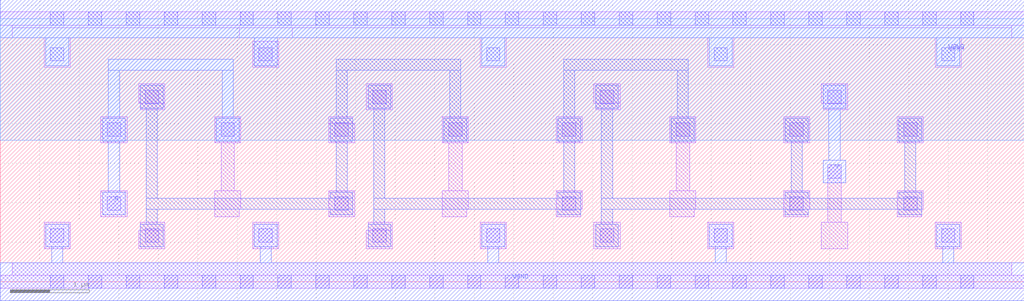
<source format=lef>
VERSION 5.7 ;
  NOWIREEXTENSIONATPIN ON ;
  DIVIDERCHAR "/" ;
  BUSBITCHARS "[]" ;
MACRO CLKBUF1
  CLASS CORE ;
  FOREIGN CLKBUF1 ;
  ORIGIN 0.000 0.000 ;
  SIZE 12.960 BY 3.330 ;
  SYMMETRY X Y ;
  SITE unit ;
  PIN A
    ANTENNAGATEAREA 0.378000 ;
    PORT
      LAYER met1 ;
        RECT 1.370 2.675 2.950 2.815 ;
        RECT 1.370 2.070 1.510 2.675 ;
        RECT 2.810 2.070 2.950 2.675 ;
        RECT 1.295 1.780 1.585 2.070 ;
        RECT 2.735 1.780 3.025 2.070 ;
        RECT 1.370 1.135 1.510 1.780 ;
        RECT 1.295 0.845 1.585 1.135 ;
    END
  END A
  PIN VGND
    ANTENNADIFFAREA 2.390500 ;
    PORT
      LAYER met1 ;
        RECT 0.575 0.440 0.865 0.730 ;
        RECT 3.215 0.440 3.505 0.730 ;
        RECT 6.095 0.440 6.385 0.730 ;
        RECT 8.975 0.440 9.265 0.730 ;
        RECT 11.855 0.440 12.145 0.730 ;
        RECT 0.650 0.240 0.790 0.440 ;
        RECT 3.290 0.240 3.430 0.440 ;
        RECT 6.170 0.240 6.310 0.440 ;
        RECT 9.050 0.240 9.190 0.440 ;
        RECT 11.930 0.240 12.070 0.440 ;
        RECT 0.000 -0.240 12.960 0.240 ;
    END
    PORT
      LAYER met1 ;
        RECT 0.000 3.090 12.960 3.570 ;
        RECT 0.575 2.735 0.865 3.090 ;
        RECT 3.215 2.735 3.505 3.090 ;
        RECT 6.095 2.735 6.385 3.090 ;
        RECT 8.975 2.735 9.265 3.090 ;
        RECT 11.855 2.735 12.145 3.090 ;
    END
  END VGND
  PIN VPWR
    ANTENNADIFFAREA 3.494400 ;
    PORT
      LAYER li1 ;
        RECT 0.000 3.245 12.960 3.415 ;
        RECT 0.155 3.215 12.805 3.245 ;
        RECT 0.155 3.090 3.025 3.215 ;
        RECT 3.695 3.090 12.805 3.215 ;
        RECT 0.555 2.715 0.885 3.090 ;
        RECT 6.075 2.715 6.405 3.090 ;
        RECT 8.955 2.715 9.285 3.090 ;
        RECT 11.835 2.715 12.165 3.090 ;
      LAYER mcon ;
        RECT 0.635 3.245 0.805 3.415 ;
        RECT 1.115 3.245 1.285 3.415 ;
        RECT 1.595 3.245 1.765 3.415 ;
        RECT 2.075 3.245 2.245 3.415 ;
        RECT 2.555 3.245 2.725 3.415 ;
        RECT 3.035 3.245 3.205 3.415 ;
        RECT 3.515 3.245 3.685 3.415 ;
        RECT 3.995 3.245 4.165 3.415 ;
        RECT 4.475 3.245 4.645 3.415 ;
        RECT 4.955 3.245 5.125 3.415 ;
        RECT 5.435 3.245 5.605 3.415 ;
        RECT 5.915 3.245 6.085 3.415 ;
        RECT 6.395 3.245 6.565 3.415 ;
        RECT 6.875 3.245 7.045 3.415 ;
        RECT 7.355 3.245 7.525 3.415 ;
        RECT 7.835 3.245 8.005 3.415 ;
        RECT 8.315 3.245 8.485 3.415 ;
        RECT 8.795 3.245 8.965 3.415 ;
        RECT 9.275 3.245 9.445 3.415 ;
        RECT 9.755 3.245 9.925 3.415 ;
        RECT 10.235 3.245 10.405 3.415 ;
        RECT 10.715 3.245 10.885 3.415 ;
        RECT 11.195 3.245 11.365 3.415 ;
        RECT 11.675 3.245 11.845 3.415 ;
        RECT 12.155 3.245 12.325 3.415 ;
        RECT 0.635 2.795 0.805 2.965 ;
        RECT 6.155 2.795 6.325 2.965 ;
        RECT 9.035 2.795 9.205 2.965 ;
        RECT 11.915 2.795 12.085 2.965 ;
    END
  END VPWR
  PIN Y
    ANTENNADIFFAREA 1.661650 ;
    PORT
      LAYER met1 ;
        RECT 10.415 2.195 10.705 2.485 ;
        RECT 10.490 1.540 10.630 2.195 ;
        RECT 10.415 1.250 10.705 1.540 ;
    END
  END Y
  OBS
      LAYER nwell ;
        RECT 0.000 1.790 12.960 3.330 ;
      LAYER li1 ;
        RECT 3.195 2.715 3.525 3.045 ;
        RECT 1.755 2.260 2.085 2.505 ;
        RECT 1.775 2.175 2.085 2.260 ;
        RECT 4.635 2.175 4.965 2.505 ;
        RECT 7.515 2.260 7.845 2.505 ;
        RECT 10.395 2.260 10.725 2.505 ;
        RECT 7.535 2.175 7.845 2.260 ;
        RECT 10.415 2.175 10.725 2.260 ;
        RECT 1.275 1.760 1.605 2.090 ;
        RECT 2.715 1.760 3.045 2.090 ;
        RECT 4.155 2.005 4.465 2.090 ;
        RECT 4.155 1.760 4.485 2.005 ;
        RECT 5.595 1.760 5.925 2.090 ;
        RECT 7.035 1.760 7.365 2.090 ;
        RECT 8.475 1.760 8.805 2.090 ;
        RECT 9.915 1.760 10.245 2.090 ;
        RECT 11.355 1.760 11.685 2.090 ;
        RECT 2.795 1.155 2.965 1.760 ;
        RECT 5.675 1.155 5.845 1.760 ;
        RECT 8.555 1.155 8.725 1.760 ;
        RECT 1.275 0.825 1.605 1.155 ;
        RECT 2.715 0.920 3.045 1.155 ;
        RECT 2.715 0.825 3.025 0.920 ;
        RECT 4.155 0.825 4.485 1.155 ;
        RECT 5.595 0.920 5.925 1.155 ;
        RECT 7.035 0.920 7.365 1.155 ;
        RECT 8.475 0.920 8.805 1.155 ;
        RECT 9.915 0.920 10.245 1.155 ;
        RECT 5.595 0.825 5.905 0.920 ;
        RECT 7.035 0.825 7.345 0.920 ;
        RECT 8.475 0.825 8.785 0.920 ;
        RECT 9.915 0.825 10.225 0.920 ;
        RECT 10.475 0.750 10.645 1.480 ;
        RECT 11.355 0.920 11.685 1.155 ;
        RECT 11.355 0.825 11.665 0.920 ;
        RECT 0.555 0.420 0.885 0.750 ;
        RECT 1.775 0.655 2.085 0.750 ;
        RECT 1.755 0.420 2.085 0.655 ;
        RECT 3.195 0.420 3.525 0.750 ;
        RECT 4.655 0.655 4.965 0.750 ;
        RECT 4.635 0.420 4.965 0.655 ;
        RECT 6.075 0.420 6.405 0.750 ;
        RECT 7.515 0.420 7.845 0.750 ;
        RECT 8.955 0.420 9.285 0.750 ;
        RECT 10.395 0.420 10.725 0.750 ;
        RECT 11.835 0.420 12.165 0.750 ;
        RECT 0.155 0.085 12.805 0.240 ;
        RECT 0.000 -0.085 12.960 0.085 ;
      LAYER mcon ;
        RECT 3.275 2.795 3.445 2.965 ;
        RECT 1.835 2.255 2.005 2.425 ;
        RECT 4.715 2.255 4.885 2.425 ;
        RECT 7.595 2.255 7.765 2.425 ;
        RECT 10.475 2.255 10.645 2.425 ;
        RECT 1.355 1.840 1.525 2.010 ;
        RECT 2.795 1.840 2.965 2.010 ;
        RECT 4.235 1.840 4.405 2.010 ;
        RECT 5.675 1.840 5.845 2.010 ;
        RECT 7.115 1.840 7.285 2.010 ;
        RECT 8.555 1.840 8.725 2.010 ;
        RECT 9.995 1.840 10.165 2.010 ;
        RECT 11.435 1.840 11.605 2.010 ;
        RECT 10.475 1.310 10.645 1.480 ;
        RECT 1.355 0.905 1.525 1.075 ;
        RECT 4.235 0.905 4.405 1.075 ;
        RECT 7.115 0.905 7.285 1.075 ;
        RECT 9.995 0.905 10.165 1.075 ;
        RECT 11.435 0.905 11.605 1.075 ;
        RECT 0.635 0.500 0.805 0.670 ;
        RECT 1.835 0.500 2.005 0.670 ;
        RECT 3.275 0.500 3.445 0.670 ;
        RECT 4.715 0.500 4.885 0.670 ;
        RECT 6.155 0.500 6.325 0.670 ;
        RECT 7.595 0.500 7.765 0.670 ;
        RECT 9.035 0.500 9.205 0.670 ;
        RECT 11.915 0.500 12.085 0.670 ;
        RECT 0.635 -0.085 0.805 0.085 ;
        RECT 1.115 -0.085 1.285 0.085 ;
        RECT 1.595 -0.085 1.765 0.085 ;
        RECT 2.075 -0.085 2.245 0.085 ;
        RECT 2.555 -0.085 2.725 0.085 ;
        RECT 3.035 -0.085 3.205 0.085 ;
        RECT 3.515 -0.085 3.685 0.085 ;
        RECT 3.995 -0.085 4.165 0.085 ;
        RECT 4.475 -0.085 4.645 0.085 ;
        RECT 4.955 -0.085 5.125 0.085 ;
        RECT 5.435 -0.085 5.605 0.085 ;
        RECT 5.915 -0.085 6.085 0.085 ;
        RECT 6.395 -0.085 6.565 0.085 ;
        RECT 6.875 -0.085 7.045 0.085 ;
        RECT 7.355 -0.085 7.525 0.085 ;
        RECT 7.835 -0.085 8.005 0.085 ;
        RECT 8.315 -0.085 8.485 0.085 ;
        RECT 8.795 -0.085 8.965 0.085 ;
        RECT 9.275 -0.085 9.445 0.085 ;
        RECT 9.755 -0.085 9.925 0.085 ;
        RECT 10.235 -0.085 10.405 0.085 ;
        RECT 10.715 -0.085 10.885 0.085 ;
        RECT 11.195 -0.085 11.365 0.085 ;
        RECT 11.675 -0.085 11.845 0.085 ;
        RECT 12.155 -0.085 12.325 0.085 ;
      LAYER met1 ;
        RECT 4.250 2.675 5.830 2.815 ;
        RECT 1.775 2.195 2.065 2.485 ;
        RECT 1.850 1.060 1.990 2.195 ;
        RECT 4.250 2.070 4.390 2.675 ;
        RECT 4.655 2.195 4.945 2.485 ;
        RECT 4.175 1.780 4.465 2.070 ;
        RECT 4.250 1.135 4.390 1.780 ;
        RECT 4.175 1.060 4.465 1.135 ;
        RECT 1.850 0.920 4.465 1.060 ;
        RECT 1.850 0.730 1.990 0.920 ;
        RECT 4.175 0.845 4.465 0.920 ;
        RECT 4.730 1.060 4.870 2.195 ;
        RECT 5.690 2.070 5.830 2.675 ;
        RECT 7.130 2.675 8.710 2.815 ;
        RECT 7.130 2.070 7.270 2.675 ;
        RECT 7.535 2.195 7.825 2.485 ;
        RECT 5.615 1.780 5.905 2.070 ;
        RECT 7.055 1.780 7.345 2.070 ;
        RECT 7.130 1.135 7.270 1.780 ;
        RECT 7.055 1.060 7.345 1.135 ;
        RECT 4.730 0.920 7.345 1.060 ;
        RECT 4.730 0.730 4.870 0.920 ;
        RECT 7.055 0.845 7.345 0.920 ;
        RECT 7.610 1.060 7.750 2.195 ;
        RECT 8.570 2.070 8.710 2.675 ;
        RECT 8.495 1.780 8.785 2.070 ;
        RECT 9.935 1.780 10.225 2.070 ;
        RECT 11.375 1.780 11.665 2.070 ;
        RECT 10.010 1.135 10.150 1.780 ;
        RECT 11.450 1.135 11.590 1.780 ;
        RECT 9.935 1.060 10.225 1.135 ;
        RECT 11.375 1.060 11.665 1.135 ;
        RECT 7.610 0.920 11.665 1.060 ;
        RECT 7.610 0.730 7.750 0.920 ;
        RECT 9.935 0.845 10.225 0.920 ;
        RECT 11.375 0.845 11.665 0.920 ;
        RECT 1.775 0.440 2.065 0.730 ;
        RECT 4.655 0.440 4.945 0.730 ;
        RECT 7.535 0.440 7.825 0.730 ;
  END
END CLKBUF1
END LIBRARY


</source>
